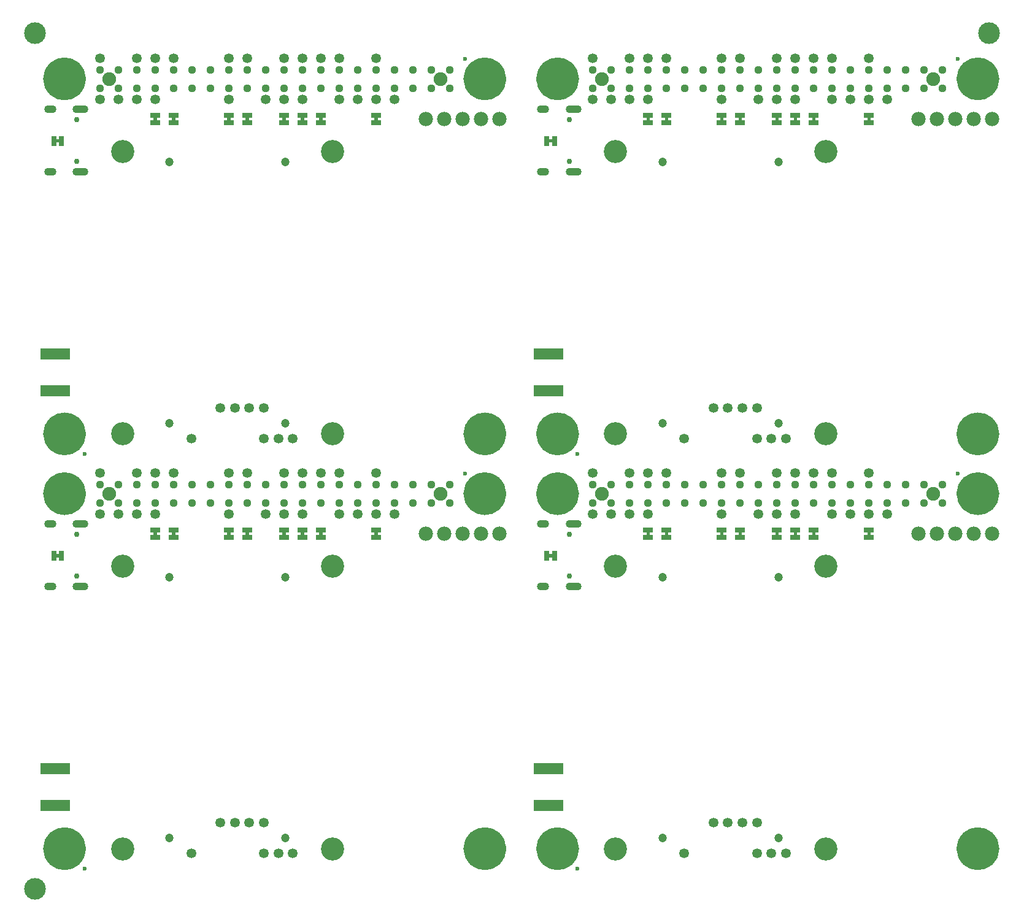
<source format=gbs>
%TF.GenerationSoftware,KiCad,Pcbnew,8.0.7*%
%TF.CreationDate,2025-01-31T12:34:02+00:00*%
%TF.ProjectId,SparkFun_GNSS_pHAT_panelized,53706172-6b46-4756-9e5f-474e53535f70,v10*%
%TF.SameCoordinates,Original*%
%TF.FileFunction,Soldermask,Bot*%
%TF.FilePolarity,Negative*%
%FSLAX46Y46*%
G04 Gerber Fmt 4.6, Leading zero omitted, Abs format (unit mm)*
G04 Created by KiCad (PCBNEW 8.0.7) date 2025-01-31 12:34:02*
%MOMM*%
%LPD*%
G01*
G04 APERTURE LIST*
G04 Aperture macros list*
%AMRoundRect*
0 Rectangle with rounded corners*
0 $1 Rounding radius*
0 $2 $3 $4 $5 $6 $7 $8 $9 X,Y pos of 4 corners*
0 Add a 4 corners polygon primitive as box body*
4,1,4,$2,$3,$4,$5,$6,$7,$8,$9,$2,$3,0*
0 Add four circle primitives for the rounded corners*
1,1,$1+$1,$2,$3*
1,1,$1+$1,$4,$5*
1,1,$1+$1,$6,$7*
1,1,$1+$1,$8,$9*
0 Add four rect primitives between the rounded corners*
20,1,$1+$1,$2,$3,$4,$5,0*
20,1,$1+$1,$4,$5,$6,$7,0*
20,1,$1+$1,$6,$7,$8,$9,0*
20,1,$1+$1,$8,$9,$2,$3,0*%
G04 Aperture macros list end*
%ADD10C,2.950000*%
%ADD11C,0.000000*%
%ADD12C,1.200000*%
%ADD13C,2.850000*%
%ADD14C,3.200000*%
%ADD15RoundRect,0.050000X2.000000X-0.750000X2.000000X0.750000X-2.000000X0.750000X-2.000000X-0.750000X0*%
%ADD16C,1.979600*%
%ADD17C,1.120000*%
%ADD18C,1.900000*%
%ADD19C,0.750000*%
%ADD20O,1.700000X1.100000*%
%ADD21O,2.200000X1.100000*%
%ADD22RoundRect,0.675000X0.000010X0.000010X-0.000010X0.000010X-0.000010X-0.000010X0.000010X-0.000010X0*%
%ADD23C,0.600000*%
%ADD24C,3.000000*%
%ADD25RoundRect,0.050000X0.635000X-0.330200X0.635000X0.330200X-0.635000X0.330200X-0.635000X-0.330200X0*%
%ADD26RoundRect,0.050000X-0.635000X0.330200X-0.635000X-0.330200X0.635000X-0.330200X0.635000X0.330200X0*%
%ADD27RoundRect,0.050000X0.330200X0.635000X-0.330200X0.635000X-0.330200X-0.635000X0.330200X-0.635000X0*%
G04 APERTURE END LIST*
%TO.C,ST6*%
D10*
X4975000Y3500000D02*
G75*
G02*
X2025000Y3500000I-1475000J0D01*
G01*
X2025000Y3500000D02*
G75*
G02*
X4975000Y3500000I1475000J0D01*
G01*
X4975000Y60750000D02*
G75*
G02*
X2025000Y60750000I-1475000J0D01*
G01*
X2025000Y60750000D02*
G75*
G02*
X4975000Y60750000I1475000J0D01*
G01*
X73015000Y3500000D02*
G75*
G02*
X70065000Y3500000I-1475000J0D01*
G01*
X70065000Y3500000D02*
G75*
G02*
X73015000Y3500000I1475000J0D01*
G01*
X73015000Y60750000D02*
G75*
G02*
X70065000Y60750000I-1475000J0D01*
G01*
X70065000Y60750000D02*
G75*
G02*
X73015000Y60750000I1475000J0D01*
G01*
%TO.C,ST5*%
X4975000Y52500000D02*
G75*
G02*
X2025000Y52500000I-1475000J0D01*
G01*
X2025000Y52500000D02*
G75*
G02*
X4975000Y52500000I1475000J0D01*
G01*
X4975000Y109750000D02*
G75*
G02*
X2025000Y109750000I-1475000J0D01*
G01*
X2025000Y109750000D02*
G75*
G02*
X4975000Y109750000I1475000J0D01*
G01*
X73015000Y109750000D02*
G75*
G02*
X70065000Y109750000I-1475000J0D01*
G01*
X70065000Y109750000D02*
G75*
G02*
X73015000Y109750000I1475000J0D01*
G01*
X73015000Y52500000D02*
G75*
G02*
X70065000Y52500000I-1475000J0D01*
G01*
X70065000Y52500000D02*
G75*
G02*
X73015000Y52500000I1475000J0D01*
G01*
%TO.C,ST7*%
X62975000Y3500000D02*
G75*
G02*
X60025000Y3500000I-1475000J0D01*
G01*
X60025000Y3500000D02*
G75*
G02*
X62975000Y3500000I1475000J0D01*
G01*
X131015000Y60750000D02*
G75*
G02*
X128065000Y60750000I-1475000J0D01*
G01*
X128065000Y60750000D02*
G75*
G02*
X131015000Y60750000I1475000J0D01*
G01*
X131015000Y3500000D02*
G75*
G02*
X128065000Y3500000I-1475000J0D01*
G01*
X128065000Y3500000D02*
G75*
G02*
X131015000Y3500000I1475000J0D01*
G01*
X62975000Y60750000D02*
G75*
G02*
X60025000Y60750000I-1475000J0D01*
G01*
X60025000Y60750000D02*
G75*
G02*
X62975000Y60750000I1475000J0D01*
G01*
%TO.C,ST8*%
X62975000Y52500000D02*
G75*
G02*
X60025000Y52500000I-1475000J0D01*
G01*
X60025000Y52500000D02*
G75*
G02*
X62975000Y52500000I1475000J0D01*
G01*
X131015000Y52500000D02*
G75*
G02*
X128065000Y52500000I-1475000J0D01*
G01*
X128065000Y52500000D02*
G75*
G02*
X131015000Y52500000I1475000J0D01*
G01*
X62975000Y109750000D02*
G75*
G02*
X60025000Y109750000I-1475000J0D01*
G01*
X60025000Y109750000D02*
G75*
G02*
X62975000Y109750000I1475000J0D01*
G01*
X131015000Y109750000D02*
G75*
G02*
X128065000Y109750000I-1475000J0D01*
G01*
X128065000Y109750000D02*
G75*
G02*
X131015000Y109750000I1475000J0D01*
G01*
D11*
%TO.C,JP23*%
G36*
X26402500Y46736000D02*
G01*
X25921500Y46736000D01*
X25921500Y47244000D01*
X26402500Y47244000D01*
X26402500Y46736000D01*
G37*
G36*
X94442500Y46736000D02*
G01*
X93961500Y46736000D01*
X93961500Y47244000D01*
X94442500Y47244000D01*
X94442500Y46736000D01*
G37*
G36*
X26402500Y103986000D02*
G01*
X25921500Y103986000D01*
X25921500Y104494000D01*
X26402500Y104494000D01*
X26402500Y103986000D01*
G37*
G36*
X94442500Y103986000D02*
G01*
X93961500Y103986000D01*
X93961500Y104494000D01*
X94442500Y104494000D01*
X94442500Y103986000D01*
G37*
%TO.C,JP7*%
G36*
X39102500Y46736000D02*
G01*
X38621500Y46736000D01*
X38621500Y47244000D01*
X39102500Y47244000D01*
X39102500Y46736000D01*
G37*
G36*
X39102500Y103986000D02*
G01*
X38621500Y103986000D01*
X38621500Y104494000D01*
X39102500Y104494000D01*
X39102500Y103986000D01*
G37*
G36*
X107142500Y46736000D02*
G01*
X106661500Y46736000D01*
X106661500Y47244000D01*
X107142500Y47244000D01*
X107142500Y46736000D01*
G37*
G36*
X107142500Y103986000D02*
G01*
X106661500Y103986000D01*
X106661500Y104494000D01*
X107142500Y104494000D01*
X107142500Y103986000D01*
G37*
%TO.C,JP12*%
G36*
X46722500Y46736000D02*
G01*
X46241500Y46736000D01*
X46241500Y47244000D01*
X46722500Y47244000D01*
X46722500Y46736000D01*
G37*
G36*
X46722500Y103986000D02*
G01*
X46241500Y103986000D01*
X46241500Y104494000D01*
X46722500Y104494000D01*
X46722500Y103986000D01*
G37*
G36*
X114762500Y103986000D02*
G01*
X114281500Y103986000D01*
X114281500Y104494000D01*
X114762500Y104494000D01*
X114762500Y103986000D01*
G37*
G36*
X114762500Y46736000D02*
G01*
X114281500Y46736000D01*
X114281500Y47244000D01*
X114762500Y47244000D01*
X114762500Y46736000D01*
G37*
%TO.C,JP15*%
G36*
X18782500Y46736000D02*
G01*
X18301500Y46736000D01*
X18301500Y47244000D01*
X18782500Y47244000D01*
X18782500Y46736000D01*
G37*
G36*
X18782500Y103986000D02*
G01*
X18301500Y103986000D01*
X18301500Y104494000D01*
X18782500Y104494000D01*
X18782500Y103986000D01*
G37*
G36*
X86822500Y103986000D02*
G01*
X86341500Y103986000D01*
X86341500Y104494000D01*
X86822500Y104494000D01*
X86822500Y103986000D01*
G37*
G36*
X86822500Y46736000D02*
G01*
X86341500Y46736000D01*
X86341500Y47244000D01*
X86822500Y47244000D01*
X86822500Y46736000D01*
G37*
%TO.C,JP3*%
G36*
X2794000Y43701500D02*
G01*
X2286000Y43701500D01*
X2286000Y44182500D01*
X2794000Y44182500D01*
X2794000Y43701500D01*
G37*
G36*
X70834000Y43701500D02*
G01*
X70326000Y43701500D01*
X70326000Y44182500D01*
X70834000Y44182500D01*
X70834000Y43701500D01*
G37*
G36*
X2794000Y100951500D02*
G01*
X2286000Y100951500D01*
X2286000Y101432500D01*
X2794000Y101432500D01*
X2794000Y100951500D01*
G37*
G36*
X70834000Y100951500D02*
G01*
X70326000Y100951500D01*
X70326000Y101432500D01*
X70834000Y101432500D01*
X70834000Y100951500D01*
G37*
%TO.C,JP8*%
G36*
X36562500Y46736000D02*
G01*
X36081500Y46736000D01*
X36081500Y47244000D01*
X36562500Y47244000D01*
X36562500Y46736000D01*
G37*
G36*
X36562500Y103986000D02*
G01*
X36081500Y103986000D01*
X36081500Y104494000D01*
X36562500Y104494000D01*
X36562500Y103986000D01*
G37*
G36*
X104602500Y46736000D02*
G01*
X104121500Y46736000D01*
X104121500Y47244000D01*
X104602500Y47244000D01*
X104602500Y46736000D01*
G37*
G36*
X104602500Y103986000D02*
G01*
X104121500Y103986000D01*
X104121500Y104494000D01*
X104602500Y104494000D01*
X104602500Y103986000D01*
G37*
%TO.C,JP24*%
G36*
X28942500Y46736000D02*
G01*
X28461500Y46736000D01*
X28461500Y47244000D01*
X28942500Y47244000D01*
X28942500Y46736000D01*
G37*
G36*
X96982500Y46736000D02*
G01*
X96501500Y46736000D01*
X96501500Y47244000D01*
X96982500Y47244000D01*
X96982500Y46736000D01*
G37*
G36*
X28942500Y103986000D02*
G01*
X28461500Y103986000D01*
X28461500Y104494000D01*
X28942500Y104494000D01*
X28942500Y103986000D01*
G37*
G36*
X96982500Y103986000D02*
G01*
X96501500Y103986000D01*
X96501500Y104494000D01*
X96982500Y104494000D01*
X96982500Y103986000D01*
G37*
%TO.C,JP14*%
G36*
X16242500Y46736000D02*
G01*
X15761500Y46736000D01*
X15761500Y47244000D01*
X16242500Y47244000D01*
X16242500Y46736000D01*
G37*
G36*
X84282500Y46736000D02*
G01*
X83801500Y46736000D01*
X83801500Y47244000D01*
X84282500Y47244000D01*
X84282500Y46736000D01*
G37*
G36*
X16242500Y103986000D02*
G01*
X15761500Y103986000D01*
X15761500Y104494000D01*
X16242500Y104494000D01*
X16242500Y103986000D01*
G37*
G36*
X84282500Y103986000D02*
G01*
X83801500Y103986000D01*
X83801500Y104494000D01*
X84282500Y104494000D01*
X84282500Y103986000D01*
G37*
%TO.C,JP25*%
G36*
X34022500Y46736000D02*
G01*
X33541500Y46736000D01*
X33541500Y47244000D01*
X34022500Y47244000D01*
X34022500Y46736000D01*
G37*
G36*
X34022500Y103986000D02*
G01*
X33541500Y103986000D01*
X33541500Y104494000D01*
X34022500Y104494000D01*
X34022500Y103986000D01*
G37*
G36*
X102062500Y46736000D02*
G01*
X101581500Y46736000D01*
X101581500Y47244000D01*
X102062500Y47244000D01*
X102062500Y46736000D01*
G37*
G36*
X102062500Y103986000D02*
G01*
X101581500Y103986000D01*
X101581500Y104494000D01*
X102062500Y104494000D01*
X102062500Y103986000D01*
G37*
%TD*%
D12*
%TO.C,J4*%
X18000000Y41000000D03*
X34000000Y41000000D03*
%TD*%
%TO.C,J4*%
X18000000Y98250000D03*
X34000000Y98250000D03*
%TD*%
%TO.C,J4*%
X86040000Y98250000D03*
X102040000Y98250000D03*
%TD*%
%TO.C,J4*%
X86040000Y41000000D03*
X102040000Y41000000D03*
%TD*%
%TO.C,J2*%
X18000000Y5000000D03*
X34000000Y5000000D03*
%TD*%
%TO.C,J2*%
X18000000Y62250000D03*
X34000000Y62250000D03*
%TD*%
%TO.C,J2*%
X86040000Y5000000D03*
X102040000Y5000000D03*
%TD*%
%TO.C,J2*%
X86040000Y62250000D03*
X102040000Y62250000D03*
%TD*%
D13*
%TO.C,ST6*%
X3500000Y3500000D03*
%TD*%
%TO.C,ST6*%
X3500000Y60750000D03*
%TD*%
%TO.C,ST6*%
X71540000Y3500000D03*
%TD*%
%TO.C,ST6*%
X71540000Y60750000D03*
%TD*%
D14*
%TO.C,ST2*%
X40500000Y42500000D03*
%TD*%
%TO.C,ST2*%
X108540000Y42500000D03*
%TD*%
%TO.C,ST2*%
X40500000Y99750000D03*
%TD*%
%TO.C,ST2*%
X108540000Y99750000D03*
%TD*%
D15*
%TO.C,J7*%
X2254000Y9460000D03*
X2254000Y14540000D03*
%TD*%
%TO.C,J7*%
X70294000Y9460000D03*
X70294000Y14540000D03*
%TD*%
%TO.C,J7*%
X2254000Y66710000D03*
X2254000Y71790000D03*
%TD*%
%TO.C,J7*%
X70294000Y66710000D03*
X70294000Y71790000D03*
%TD*%
D16*
%TO.C,J9*%
X63500000Y46990000D03*
X60960000Y46990000D03*
X58420000Y46990000D03*
X55880000Y46990000D03*
X53340000Y46990000D03*
%TD*%
%TO.C,J9*%
X131540000Y46990000D03*
X129000000Y46990000D03*
X126460000Y46990000D03*
X123920000Y46990000D03*
X121380000Y46990000D03*
%TD*%
%TO.C,J9*%
X63500000Y104240000D03*
X60960000Y104240000D03*
X58420000Y104240000D03*
X55880000Y104240000D03*
X53340000Y104240000D03*
%TD*%
%TO.C,J9*%
X131540000Y104240000D03*
X129000000Y104240000D03*
X126460000Y104240000D03*
X123920000Y104240000D03*
X121380000Y104240000D03*
%TD*%
D13*
%TO.C,ST5*%
X3500000Y52500000D03*
%TD*%
%TO.C,ST5*%
X3500000Y109750000D03*
%TD*%
%TO.C,ST5*%
X71540000Y109750000D03*
%TD*%
%TO.C,ST5*%
X71540000Y52500000D03*
%TD*%
D17*
%TO.C,J1*%
X8370000Y51230000D03*
X10910000Y51230000D03*
X13450000Y51230000D03*
X15990000Y51230000D03*
X18530000Y51230000D03*
X21070000Y51230000D03*
X23610000Y51230000D03*
X26150000Y51230000D03*
X28690000Y51230000D03*
X31230000Y51230000D03*
X33770000Y51230000D03*
X36310000Y51230000D03*
X38850000Y51230000D03*
X41390000Y51230000D03*
X43930000Y51230000D03*
X46470000Y51230000D03*
X49010000Y51230000D03*
X51550000Y51230000D03*
X54090000Y51230000D03*
X56630000Y51230000D03*
D18*
X9640000Y52500000D03*
X55360000Y52500000D03*
D17*
X8370000Y53770000D03*
X10910000Y53770000D03*
X13450000Y53770000D03*
X15990000Y53770000D03*
X18530000Y53770000D03*
X21070000Y53770000D03*
X23610000Y53770000D03*
X26150000Y53770000D03*
X28690000Y53770000D03*
X31230000Y53770000D03*
X33770000Y53770000D03*
X36310000Y53770000D03*
X38850000Y53770000D03*
X41390000Y53770000D03*
X43930000Y53770000D03*
X46470000Y53770000D03*
X49010000Y53770000D03*
X51550000Y53770000D03*
X54090000Y53770000D03*
X56630000Y53770000D03*
%TD*%
%TO.C,J1*%
X76410000Y51230000D03*
X78950000Y51230000D03*
X81490000Y51230000D03*
X84030000Y51230000D03*
X86570000Y51230000D03*
X89110000Y51230000D03*
X91650000Y51230000D03*
X94190000Y51230000D03*
X96730000Y51230000D03*
X99270000Y51230000D03*
X101810000Y51230000D03*
X104350000Y51230000D03*
X106890000Y51230000D03*
X109430000Y51230000D03*
X111970000Y51230000D03*
X114510000Y51230000D03*
X117050000Y51230000D03*
X119590000Y51230000D03*
X122130000Y51230000D03*
X124670000Y51230000D03*
D18*
X77680000Y52500000D03*
X123400000Y52500000D03*
D17*
X76410000Y53770000D03*
X78950000Y53770000D03*
X81490000Y53770000D03*
X84030000Y53770000D03*
X86570000Y53770000D03*
X89110000Y53770000D03*
X91650000Y53770000D03*
X94190000Y53770000D03*
X96730000Y53770000D03*
X99270000Y53770000D03*
X101810000Y53770000D03*
X104350000Y53770000D03*
X106890000Y53770000D03*
X109430000Y53770000D03*
X111970000Y53770000D03*
X114510000Y53770000D03*
X117050000Y53770000D03*
X119590000Y53770000D03*
X122130000Y53770000D03*
X124670000Y53770000D03*
%TD*%
%TO.C,J1*%
X8370000Y108480000D03*
X10910000Y108480000D03*
X13450000Y108480000D03*
X15990000Y108480000D03*
X18530000Y108480000D03*
X21070000Y108480000D03*
X23610000Y108480000D03*
X26150000Y108480000D03*
X28690000Y108480000D03*
X31230000Y108480000D03*
X33770000Y108480000D03*
X36310000Y108480000D03*
X38850000Y108480000D03*
X41390000Y108480000D03*
X43930000Y108480000D03*
X46470000Y108480000D03*
X49010000Y108480000D03*
X51550000Y108480000D03*
X54090000Y108480000D03*
X56630000Y108480000D03*
D18*
X9640000Y109750000D03*
X55360000Y109750000D03*
D17*
X8370000Y111020000D03*
X10910000Y111020000D03*
X13450000Y111020000D03*
X15990000Y111020000D03*
X18530000Y111020000D03*
X21070000Y111020000D03*
X23610000Y111020000D03*
X26150000Y111020000D03*
X28690000Y111020000D03*
X31230000Y111020000D03*
X33770000Y111020000D03*
X36310000Y111020000D03*
X38850000Y111020000D03*
X41390000Y111020000D03*
X43930000Y111020000D03*
X46470000Y111020000D03*
X49010000Y111020000D03*
X51550000Y111020000D03*
X54090000Y111020000D03*
X56630000Y111020000D03*
%TD*%
%TO.C,J1*%
X76410000Y108480000D03*
X78950000Y108480000D03*
X81490000Y108480000D03*
X84030000Y108480000D03*
X86570000Y108480000D03*
X89110000Y108480000D03*
X91650000Y108480000D03*
X94190000Y108480000D03*
X96730000Y108480000D03*
X99270000Y108480000D03*
X101810000Y108480000D03*
X104350000Y108480000D03*
X106890000Y108480000D03*
X109430000Y108480000D03*
X111970000Y108480000D03*
X114510000Y108480000D03*
X117050000Y108480000D03*
X119590000Y108480000D03*
X122130000Y108480000D03*
X124670000Y108480000D03*
D18*
X77680000Y109750000D03*
X123400000Y109750000D03*
D17*
X76410000Y111020000D03*
X78950000Y111020000D03*
X81490000Y111020000D03*
X84030000Y111020000D03*
X86570000Y111020000D03*
X89110000Y111020000D03*
X91650000Y111020000D03*
X94190000Y111020000D03*
X96730000Y111020000D03*
X99270000Y111020000D03*
X101810000Y111020000D03*
X104350000Y111020000D03*
X106890000Y111020000D03*
X109430000Y111020000D03*
X111970000Y111020000D03*
X114510000Y111020000D03*
X117050000Y111020000D03*
X119590000Y111020000D03*
X122130000Y111020000D03*
X124670000Y111020000D03*
%TD*%
D13*
%TO.C,ST7*%
X61500000Y3500000D03*
%TD*%
%TO.C,ST7*%
X129540000Y60750000D03*
%TD*%
%TO.C,ST7*%
X129540000Y3500000D03*
%TD*%
%TO.C,ST7*%
X61500000Y60750000D03*
%TD*%
D14*
%TO.C,ST4*%
X11500000Y3500000D03*
%TD*%
%TO.C,ST4*%
X79540000Y3500000D03*
%TD*%
%TO.C,ST4*%
X11500000Y60750000D03*
%TD*%
%TO.C,ST4*%
X79540000Y60750000D03*
%TD*%
%TO.C,ST3*%
X40500000Y3500000D03*
%TD*%
%TO.C,ST3*%
X108540000Y60750000D03*
%TD*%
%TO.C,ST3*%
X108540000Y3500000D03*
%TD*%
%TO.C,ST3*%
X40500000Y60750000D03*
%TD*%
D19*
%TO.C,J6*%
X5155000Y46890000D03*
X5155000Y41110000D03*
D20*
X1505000Y48318000D03*
D21*
X5685000Y48318000D03*
X5685000Y39682000D03*
D20*
X1505000Y39682000D03*
%TD*%
D19*
%TO.C,J6*%
X73195000Y46890000D03*
X73195000Y41110000D03*
D20*
X69545000Y48318000D03*
D21*
X73725000Y48318000D03*
X73725000Y39682000D03*
D20*
X69545000Y39682000D03*
%TD*%
D19*
%TO.C,J6*%
X5155000Y104140000D03*
X5155000Y98360000D03*
D20*
X1505000Y105568000D03*
D21*
X5685000Y105568000D03*
X5685000Y96932000D03*
D20*
X1505000Y96932000D03*
%TD*%
D19*
%TO.C,J6*%
X73195000Y104140000D03*
X73195000Y98360000D03*
D20*
X69545000Y105568000D03*
D21*
X73725000Y105568000D03*
X73725000Y96932000D03*
D20*
X69545000Y96932000D03*
%TD*%
D13*
%TO.C,ST8*%
X61500000Y52500000D03*
%TD*%
%TO.C,ST8*%
X129540000Y52500000D03*
%TD*%
%TO.C,ST8*%
X61500000Y109750000D03*
%TD*%
%TO.C,ST8*%
X129540000Y109750000D03*
%TD*%
D14*
%TO.C,ST1*%
X11500000Y42500000D03*
%TD*%
%TO.C,ST1*%
X11500000Y99750000D03*
%TD*%
%TO.C,ST1*%
X79540000Y42500000D03*
%TD*%
%TO.C,ST1*%
X79540000Y99750000D03*
%TD*%
D22*
%TO.C,TP24*%
X31000000Y2875000D03*
%TD*%
%TO.C,TP24*%
X31000000Y60125000D03*
%TD*%
%TO.C,TP24*%
X99040000Y2875000D03*
%TD*%
%TO.C,TP24*%
X99040000Y60125000D03*
%TD*%
%TO.C,TP25*%
X33000000Y2875000D03*
%TD*%
%TO.C,TP25*%
X101040000Y2875000D03*
%TD*%
%TO.C,TP25*%
X33000000Y60125000D03*
%TD*%
%TO.C,TP25*%
X101040000Y60125000D03*
%TD*%
D23*
%TO.C,FID3*%
X58750000Y55250000D03*
%TD*%
%TO.C,FID3*%
X126790000Y55250000D03*
%TD*%
%TO.C,FID3*%
X58750000Y112500000D03*
%TD*%
%TO.C,FID3*%
X126790000Y112500000D03*
%TD*%
D22*
%TO.C,TP14*%
X49022000Y49657000D03*
%TD*%
%TO.C,TP14*%
X117062000Y49657000D03*
%TD*%
%TO.C,TP14*%
X49022000Y106907000D03*
%TD*%
%TO.C,TP14*%
X117062000Y106907000D03*
%TD*%
%TO.C,TP31*%
X13462000Y55372000D03*
%TD*%
%TO.C,TP31*%
X13462000Y112622000D03*
%TD*%
%TO.C,TP31*%
X81502000Y55372000D03*
%TD*%
%TO.C,TP31*%
X81502000Y112622000D03*
%TD*%
%TO.C,TP26*%
X35000000Y2875000D03*
%TD*%
%TO.C,TP26*%
X103040000Y60125000D03*
%TD*%
%TO.C,TP26*%
X103040000Y2875000D03*
%TD*%
%TO.C,TP26*%
X35000000Y60125000D03*
%TD*%
%TO.C,TP9*%
X36322000Y55372000D03*
%TD*%
%TO.C,TP9*%
X104362000Y112622000D03*
%TD*%
%TO.C,TP9*%
X36322000Y112622000D03*
%TD*%
%TO.C,TP9*%
X104362000Y55372000D03*
%TD*%
D24*
%TO.C,*%
X131040000Y116087500D03*
%TD*%
D22*
%TO.C,TP12*%
X36322000Y49657000D03*
%TD*%
%TO.C,TP12*%
X36322000Y106907000D03*
%TD*%
%TO.C,TP12*%
X104362000Y49657000D03*
%TD*%
%TO.C,TP12*%
X104362000Y106907000D03*
%TD*%
%TO.C,TP30*%
X25000000Y7125000D03*
%TD*%
%TO.C,TP30*%
X93040000Y64375000D03*
%TD*%
%TO.C,TP30*%
X93040000Y7125000D03*
%TD*%
%TO.C,TP30*%
X25000000Y64375000D03*
%TD*%
D25*
%TO.C,JP23*%
X26162000Y46469300D03*
X26162000Y47510700D03*
%TD*%
%TO.C,JP23*%
X94202000Y46469300D03*
X94202000Y47510700D03*
%TD*%
%TO.C,JP23*%
X26162000Y103719300D03*
X26162000Y104760700D03*
%TD*%
%TO.C,JP23*%
X94202000Y103719300D03*
X94202000Y104760700D03*
%TD*%
D22*
%TO.C,TP10*%
X33782000Y49657000D03*
%TD*%
%TO.C,TP10*%
X101822000Y106907000D03*
%TD*%
%TO.C,TP10*%
X33782000Y106907000D03*
%TD*%
%TO.C,TP10*%
X101822000Y49657000D03*
%TD*%
D24*
%TO.C,*%
X-540000Y116087500D03*
%TD*%
D22*
%TO.C,TP8*%
X38862000Y55372000D03*
%TD*%
%TO.C,TP8*%
X106902000Y55372000D03*
%TD*%
%TO.C,TP8*%
X38862000Y112622000D03*
%TD*%
%TO.C,TP8*%
X106902000Y112622000D03*
%TD*%
D23*
%TO.C,FID2*%
X6250000Y750000D03*
%TD*%
%TO.C,FID2*%
X74290000Y750000D03*
%TD*%
%TO.C,FID2*%
X6250000Y58000000D03*
%TD*%
%TO.C,FID2*%
X74290000Y58000000D03*
%TD*%
D26*
%TO.C,JP7*%
X38862000Y47510700D03*
X38862000Y46469300D03*
%TD*%
%TO.C,JP7*%
X38862000Y104760700D03*
X38862000Y103719300D03*
%TD*%
%TO.C,JP7*%
X106902000Y47510700D03*
X106902000Y46469300D03*
%TD*%
%TO.C,JP7*%
X106902000Y104760700D03*
X106902000Y103719300D03*
%TD*%
D22*
%TO.C,TP2*%
X41402000Y55372000D03*
%TD*%
%TO.C,TP2*%
X109442000Y55372000D03*
%TD*%
%TO.C,TP2*%
X41402000Y112622000D03*
%TD*%
%TO.C,TP2*%
X109442000Y112622000D03*
%TD*%
D26*
%TO.C,JP12*%
X46482000Y47510700D03*
X46482000Y46469300D03*
%TD*%
%TO.C,JP12*%
X46482000Y104760700D03*
X46482000Y103719300D03*
%TD*%
%TO.C,JP12*%
X114522000Y104760700D03*
X114522000Y103719300D03*
%TD*%
%TO.C,JP12*%
X114522000Y47510700D03*
X114522000Y46469300D03*
%TD*%
D22*
%TO.C,TP1*%
X41402000Y49657000D03*
%TD*%
%TO.C,TP1*%
X109442000Y49657000D03*
%TD*%
%TO.C,TP1*%
X41402000Y106907000D03*
%TD*%
%TO.C,TP1*%
X109442000Y106907000D03*
%TD*%
%TO.C,TP18*%
X26162000Y55372000D03*
%TD*%
%TO.C,TP18*%
X94202000Y55372000D03*
%TD*%
%TO.C,TP18*%
X26162000Y112622000D03*
%TD*%
%TO.C,TP18*%
X94202000Y112622000D03*
%TD*%
D24*
%TO.C,*%
X-540000Y-2087500D03*
%TD*%
D22*
%TO.C,TP29*%
X27000000Y7125000D03*
%TD*%
%TO.C,TP29*%
X95040000Y64375000D03*
%TD*%
%TO.C,TP29*%
X95040000Y7125000D03*
%TD*%
%TO.C,TP29*%
X27000000Y64375000D03*
%TD*%
%TO.C,TP15*%
X16002000Y55372000D03*
%TD*%
%TO.C,TP15*%
X16002000Y112622000D03*
%TD*%
%TO.C,TP15*%
X84042000Y55372000D03*
%TD*%
%TO.C,TP15*%
X84042000Y112622000D03*
%TD*%
%TO.C,TP20*%
X33782000Y55372000D03*
%TD*%
%TO.C,TP20*%
X33782000Y112622000D03*
%TD*%
%TO.C,TP20*%
X101822000Y55372000D03*
%TD*%
%TO.C,TP20*%
X101822000Y112622000D03*
%TD*%
%TO.C,TP5*%
X16002000Y49657000D03*
%TD*%
%TO.C,TP5*%
X16002000Y106907000D03*
%TD*%
%TO.C,TP5*%
X84042000Y49657000D03*
%TD*%
%TO.C,TP5*%
X84042000Y106907000D03*
%TD*%
D25*
%TO.C,JP15*%
X18542000Y46469300D03*
X18542000Y47510700D03*
%TD*%
%TO.C,JP15*%
X18542000Y103719300D03*
X18542000Y104760700D03*
%TD*%
%TO.C,JP15*%
X86582000Y103719300D03*
X86582000Y104760700D03*
%TD*%
%TO.C,JP15*%
X86582000Y46469300D03*
X86582000Y47510700D03*
%TD*%
D27*
%TO.C,JP3*%
X3060700Y43942000D03*
X2019300Y43942000D03*
%TD*%
%TO.C,JP3*%
X71100700Y43942000D03*
X70059300Y43942000D03*
%TD*%
%TO.C,JP3*%
X3060700Y101192000D03*
X2019300Y101192000D03*
%TD*%
%TO.C,JP3*%
X71100700Y101192000D03*
X70059300Y101192000D03*
%TD*%
D22*
%TO.C,TP28*%
X29000000Y7125000D03*
%TD*%
%TO.C,TP28*%
X97040000Y64375000D03*
%TD*%
%TO.C,TP28*%
X97040000Y7125000D03*
%TD*%
%TO.C,TP28*%
X29000000Y64375000D03*
%TD*%
%TO.C,TP23*%
X8382000Y49657000D03*
%TD*%
%TO.C,TP23*%
X76422000Y49657000D03*
%TD*%
%TO.C,TP23*%
X76422000Y106907000D03*
%TD*%
%TO.C,TP23*%
X8382000Y106907000D03*
%TD*%
%TO.C,TP22*%
X8382000Y55372000D03*
%TD*%
%TO.C,TP22*%
X76422000Y112622000D03*
%TD*%
%TO.C,TP22*%
X76422000Y55372000D03*
%TD*%
%TO.C,TP22*%
X8382000Y112622000D03*
%TD*%
D26*
%TO.C,JP8*%
X36322000Y47510700D03*
X36322000Y46469300D03*
%TD*%
%TO.C,JP8*%
X36322000Y104760700D03*
X36322000Y103719300D03*
%TD*%
%TO.C,JP8*%
X104362000Y47510700D03*
X104362000Y46469300D03*
%TD*%
%TO.C,JP8*%
X104362000Y104760700D03*
X104362000Y103719300D03*
%TD*%
D22*
%TO.C,TP19*%
X28702000Y55372000D03*
%TD*%
%TO.C,TP19*%
X96742000Y55372000D03*
%TD*%
%TO.C,TP19*%
X28702000Y112622000D03*
%TD*%
%TO.C,TP19*%
X96742000Y112622000D03*
%TD*%
%TO.C,TP6*%
X43942000Y49657000D03*
%TD*%
%TO.C,TP6*%
X111982000Y106907000D03*
%TD*%
%TO.C,TP6*%
X43942000Y106907000D03*
%TD*%
%TO.C,TP6*%
X111982000Y49657000D03*
%TD*%
%TO.C,TP27*%
X31000000Y7125000D03*
%TD*%
%TO.C,TP27*%
X99040000Y64375000D03*
%TD*%
%TO.C,TP27*%
X31000000Y64375000D03*
%TD*%
%TO.C,TP27*%
X99040000Y7125000D03*
%TD*%
D25*
%TO.C,JP24*%
X28702000Y46469300D03*
X28702000Y47510700D03*
%TD*%
%TO.C,JP24*%
X96742000Y46469300D03*
X96742000Y47510700D03*
%TD*%
%TO.C,JP24*%
X28702000Y103719300D03*
X28702000Y104760700D03*
%TD*%
%TO.C,JP24*%
X96742000Y103719300D03*
X96742000Y104760700D03*
%TD*%
%TO.C,JP14*%
X16002000Y46469300D03*
X16002000Y47510700D03*
%TD*%
%TO.C,JP14*%
X84042000Y46469300D03*
X84042000Y47510700D03*
%TD*%
%TO.C,JP14*%
X16002000Y103719300D03*
X16002000Y104760700D03*
%TD*%
%TO.C,JP14*%
X84042000Y103719300D03*
X84042000Y104760700D03*
%TD*%
D22*
%TO.C,TP7*%
X46482000Y49657000D03*
%TD*%
%TO.C,TP7*%
X114522000Y106907000D03*
%TD*%
%TO.C,TP7*%
X46482000Y106907000D03*
%TD*%
%TO.C,TP7*%
X114522000Y49657000D03*
%TD*%
%TO.C,TP13*%
X46482000Y55372000D03*
%TD*%
%TO.C,TP13*%
X114522000Y112622000D03*
%TD*%
%TO.C,TP13*%
X114522000Y55372000D03*
%TD*%
%TO.C,TP13*%
X46482000Y112622000D03*
%TD*%
%TO.C,TP21*%
X21000000Y2875000D03*
%TD*%
%TO.C,TP21*%
X89040000Y60125000D03*
%TD*%
%TO.C,TP21*%
X21000000Y60125000D03*
%TD*%
%TO.C,TP21*%
X89040000Y2875000D03*
%TD*%
D25*
%TO.C,JP25*%
X33782000Y46469300D03*
X33782000Y47510700D03*
%TD*%
%TO.C,JP25*%
X33782000Y103719300D03*
X33782000Y104760700D03*
%TD*%
%TO.C,JP25*%
X101822000Y46469300D03*
X101822000Y47510700D03*
%TD*%
%TO.C,JP25*%
X101822000Y103719300D03*
X101822000Y104760700D03*
%TD*%
D22*
%TO.C,TP16*%
X18542000Y55372000D03*
%TD*%
%TO.C,TP16*%
X86582000Y55372000D03*
%TD*%
%TO.C,TP16*%
X86582000Y112622000D03*
%TD*%
%TO.C,TP16*%
X18542000Y112622000D03*
%TD*%
%TO.C,TP17*%
X26162000Y49657000D03*
%TD*%
%TO.C,TP17*%
X94202000Y49657000D03*
%TD*%
%TO.C,TP17*%
X26162000Y106907000D03*
%TD*%
%TO.C,TP17*%
X94202000Y106907000D03*
%TD*%
%TO.C,TP4*%
X13462000Y49657000D03*
%TD*%
%TO.C,TP4*%
X81502000Y106907000D03*
%TD*%
%TO.C,TP4*%
X81502000Y49657000D03*
%TD*%
%TO.C,TP4*%
X13462000Y106907000D03*
%TD*%
%TO.C,TP3*%
X10922000Y49657000D03*
%TD*%
%TO.C,TP3*%
X78962000Y49657000D03*
%TD*%
%TO.C,TP3*%
X10922000Y106907000D03*
%TD*%
%TO.C,TP3*%
X78962000Y106907000D03*
%TD*%
%TO.C,TP11*%
X31242000Y49657000D03*
%TD*%
%TO.C,TP11*%
X99282000Y106907000D03*
%TD*%
%TO.C,TP11*%
X31242000Y106907000D03*
%TD*%
%TO.C,TP11*%
X99282000Y49657000D03*
%TD*%
M02*

</source>
